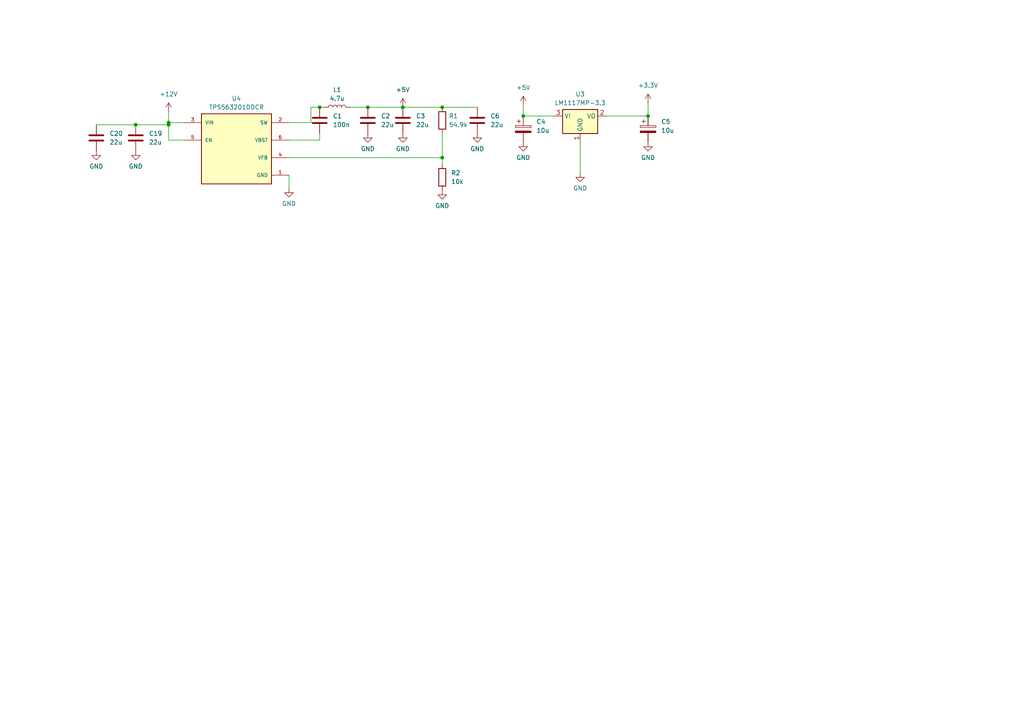
<source format=kicad_sch>
(kicad_sch (version 20231120) (generator "eeschema") (generator_version "8.0")
  (paper "A4")
  (lib_symbols
    (symbol "Device:C" (pin_numbers hide) (pin_names (offset 0.254))
      (property "Reference" "C" (at 0.635 2.54 0))
      (property "Value" "C" (at 0.635 -2.54 0))
      (symbol "C_0_1"
        (polyline (pts (xy -2.032 -0.762) (xy 2.032 -0.762)) (stroke (width 0.508)))
        (polyline (pts (xy -2.032 0.762) (xy 2.032 0.762)) (stroke (width 0.508)))
      )
      (symbol "C_1_1"
        (pin passive line (at 0 3.81 270) (length 2.794) (name "~") (number "1"))
        (pin passive line (at 0 -3.81 90) (length 2.794) (name "~") (number "2"))
      )
    )
    (symbol "Device:C_Polarized" (pin_numbers hide) (pin_names (offset 0.254))
      (property "Reference" "C" (at 0.635 2.54 0))
      (property "Value" "C_Polarized" (at 0.635 -2.54 0))
      (symbol "C_Polarized_0_1"
        (rectangle (start -2.286 0.508) (end 2.286 1.016))
        (polyline (pts (xy -1.778 2.286) (xy -0.762 2.286)))
        (polyline (pts (xy -1.27 2.794) (xy -1.27 1.778)))
        (rectangle (start 2.286 -0.508) (end -2.286 -1.016) (fill (type outline)))
      )
      (symbol "C_Polarized_1_1"
        (pin passive line (at 0 3.81 270) (length 2.794) (name "~") (number "1"))
        (pin passive line (at 0 -3.81 90) (length 2.794) (name "~") (number "2"))
      )
    )
    (symbol "Device:L" (pin_numbers hide) (pin_names (offset 1.016) hide)
      (property "Reference" "L" (at -1.27 0 90))
      (property "Value" "L" (at 1.905 0 90))
      (symbol "L_0_1"
        (arc (start 0 -2.54) (mid 0.6323 -1.905) (end 0 -1.27))
        (arc (start 0 -1.27) (mid 0.6323 -0.635) (end 0 0))
        (arc (start 0 0) (mid 0.6323 0.635) (end 0 1.27))
        (arc (start 0 1.27) (mid 0.6323 1.905) (end 0 2.54))
      )
      (symbol "L_1_1"
        (pin passive line (at 0 3.81 270) (length 1.27) (name "1") (number "1"))
        (pin passive line (at 0 -3.81 90) (length 1.27) (name "2") (number "2"))
      )
    )
    (symbol "Device:R" (pin_numbers hide) (pin_names (offset 0))
      (property "Reference" "R" (at 2.032 0 90))
      (property "Value" "R" (at 0 0 90))
      (symbol "R_0_1"
        (rectangle (start -1.016 -2.54) (end 1.016 2.54) (stroke (width 0.254)))
      )
      (symbol "R_1_1"
        (pin passive line (at 0 3.81 270) (length 1.27) (name "~") (number "1"))
        (pin passive line (at 0 -3.81 90) (length 1.27) (name "~") (number "2"))
      )
    )
    (symbol "Regulator_Linear:LM1117MP-3.3"
      (property "Reference" "U" (at -3.81 3.175 0))
      (property "Value" "LM1117MP-3.3" (at 0 3.175 0))
      (symbol "LM1117MP-3.3_0_1"
        (rectangle (start -5.08 -5.08) (end 5.08 1.905) (stroke (width 0.254)) (fill (type background)))
      )
      (symbol "LM1117MP-3.3_1_1"
        (pin power_in line (at 0 -7.62 90) (length 2.54) (name "GND") (number "1"))
        (pin power_out line (at 7.62 0 180) (length 2.54) (name "VO") (number "2"))
        (pin power_in line (at -7.62 0 0) (length 2.54) (name "VI") (number "3"))
      )
    )
    (symbol "TPS563201DDCR:TPS563201DDCR" (pin_names (offset 1.016))
      (property "Reference" "U" (at -10.16 12.7 0))
      (property "Value" "TPS563201DDCR" (at -10.16 -12.7 0))
      (symbol "TPS563201DDCR_0_0"
        (rectangle (start -10.16 -10.16) (end 10.16 10.16) (stroke (width 0.254)) (fill (type background)))
        (pin power_in line (at 15.24 -7.62 180) (length 5.08) (name "GND") (number "1"))
        (pin output line (at 15.24 7.62 180) (length 5.08) (name "SW") (number "2"))
        (pin input line (at -15.24 7.62 0) (length 5.08) (name "VIN") (number "3"))
        (pin input line (at 15.24 -2.54 180) (length 5.08) (name "VFB") (number "4"))
        (pin input line (at -15.24 2.54 0) (length 5.08) (name "EN") (number "5"))
        (pin output line (at 15.24 2.54 180) (length 5.08) (name "VBST") (number "6"))
      )
    )
    (symbol "power:+3.3V" (power) (pin_names (offset 0))
      (property "Value" "+3.3V" (at 0 3.556 0))
      (symbol "+3.3V_0_1"
        (polyline (pts (xy -0.762 1.27) (xy 0 2.54)))
        (polyline (pts (xy 0 0) (xy 0 2.54)))
        (polyline (pts (xy 0 2.54) (xy 0.762 1.27)))
      )
      (symbol "+3.3V_1_1"
        (pin power_in line (at 0 0 90) (length 0) hide (name "+3.3V") (number "1"))
      )
    )
    (symbol "power:GND" (power) (pin_names (offset 0))
      (property "Value" "GND" (at 0 -3.81 0))
      (symbol "GND_0_1"
        (polyline (pts (xy 0 0) (xy 0 -1.27) (xy 1.27 -1.27) (xy 0 -2.54) (xy -1.27 -1.27) (xy 0 -1.27)))
      )
      (symbol "GND_1_1"
        (pin power_in line (at 0 0 270) (length 0) hide (name "GND") (number "1"))
      )
    )
    (symbol "power:VCC" (power) (pin_names (offset 0))
      (property "Value" "VCC" (at 0 3.81 0))
      (symbol "VCC_0_1"
        (polyline (pts (xy -0.762 1.27) (xy 0 2.54)))
        (polyline (pts (xy 0 0) (xy 0 2.54)))
        (polyline (pts (xy 0 2.54) (xy 0.762 1.27)))
      )
      (symbol "VCC_1_1"
        (pin power_in line (at 0 0 90) (length 0) hide (name "VCC") (number "1"))
      )
    )
  )
  (junction (at 116.84 31.115))
  (junction (at 128.27 45.72))
  (junction (at 187.96 33.655))
  (junction (at 48.895 36.195))
  (junction (at 48.895 35.56))
  (junction (at 92.71 31.115))
  (junction (at 151.765 33.655))
  (junction (at 39.37 36.195))
  (junction (at 106.68 31.115))
  (junction (at 128.27 31.115))
  (wire (pts (xy 168.275 41.275) (xy 168.275 50.165)))
  (wire (pts (xy 83.82 50.8) (xy 83.82 54.61)))
  (wire (pts (xy 116.84 31.115) (xy 128.27 31.115)))
  (wire (pts (xy 48.895 36.195) (xy 48.895 35.56)))
  (wire (pts (xy 101.6 31.115) (xy 106.68 31.115)))
  (wire (pts (xy 92.71 40.64) (xy 92.71 38.735)))
  (wire (pts (xy 92.71 31.115) (xy 93.98 31.115)))
  (wire (pts (xy 90.17 31.115) (xy 90.17 35.56)))
  (wire (pts (xy 128.27 31.115) (xy 138.43 31.115)))
  (wire (pts (xy 53.34 40.64) (xy 48.895 40.64)))
  (wire (pts (xy 39.37 36.195) (xy 48.895 36.195)))
  (wire (pts (xy 48.895 40.64) (xy 48.895 36.195)))
  (wire (pts (xy 151.765 33.655) (xy 160.655 33.655)))
  (wire (pts (xy 83.82 35.56) (xy 90.17 35.56)))
  (wire (pts (xy 48.895 32.385) (xy 48.895 35.56)))
  (wire (pts (xy 151.765 30.48) (xy 151.765 33.655)))
  (wire (pts (xy 83.82 45.72) (xy 128.27 45.72)))
  (wire (pts (xy 27.94 36.195) (xy 39.37 36.195)))
  (wire (pts (xy 83.82 40.64) (xy 92.71 40.64)))
  (wire (pts (xy 48.895 35.56) (xy 53.34 35.56)))
  (wire (pts (xy 128.27 38.735) (xy 128.27 45.72)))
  (wire (pts (xy 90.17 31.115) (xy 92.71 31.115)))
  (wire (pts (xy 128.27 45.72) (xy 128.27 47.625)))
  (wire (pts (xy 106.68 31.115) (xy 116.84 31.115)))
  (wire (pts (xy 175.895 33.655) (xy 187.96 33.655)))
  (wire (pts (xy 187.96 33.655) (xy 187.96 29.845)))
  (symbol (lib_id "Device:C") (at 138.43 34.925 0) (unit 1)
    (property "Reference" "C6" (at 142.24 33.6549 0) (effects (justify left)))
    (property "Value" "22u" (at 142.24 36.1949 0) (effects (justify left)))
    (property "Footprint" "Capacitor_SMD:C_0805_2012Metric_Pad1.18x1.45mm_HandSolder" (effects (hide yes)))
    (property "Description" "Unpolarized capacitor" (effects (hide yes)))
  )
  (symbol (lib_id "Device:C") (at 106.68 34.925 0) (unit 1)
    (property "Reference" "C2" (at 110.49 33.6549 0) (effects (justify left)))
    (property "Value" "22u" (at 110.49 36.1949 0) (effects (justify left)))
    (property "Footprint" "Capacitor_SMD:C_0805_2012Metric_Pad1.18x1.45mm_HandSolder" (effects (hide yes)))
    (property "Description" "Unpolarized capacitor" (effects (hide yes)))
  )
  (symbol (lib_id "Device:R") (at 128.27 51.435 0) (unit 1)
    (property "Reference" "R2" (at 130.81 50.1649 0) (effects (justify left)))
    (property "Value" "10k" (at 130.81 52.7049 0) (effects (justify left)))
    (property "Footprint" "Resistor_SMD:R_0603_1608Metric_Pad0.98x0.95mm_HandSolder" (effects (hide yes)))
    (property "Description" "Resistor" (effects (hide yes)))
  )
  (symbol (lib_id "power:GND") (at 39.37 43.815 0) (unit 1)
    (property "Reference" "#PWR044" (effects (hide yes)))
    (property "Value" "GND" (at 39.37 48.26 0))
    (property "Description" "Power symbol creates a global label with name \"GND\" , ground" (effects (hide yes)))
  )
  (symbol (lib_id "power:GND") (at 83.82 54.61 0) (unit 1)
    (property "Reference" "#PWR05" (effects (hide yes)))
    (property "Value" "GND" (at 83.82 59.055 0))
    (property "Description" "Power symbol creates a global label with name \"GND\" , ground" (effects (hide yes)))
  )
  (symbol (lib_id "Device:C") (at 92.71 34.925 180) (unit 1)
    (property "Reference" "C1" (at 96.52 33.6549 0) (effects (justify right)))
    (property "Value" "100n" (at 96.52 36.1949 0) (effects (justify right)))
    (property "Footprint" "Capacitor_SMD:C_0603_1608Metric_Pad1.08x0.95mm_HandSolder" (effects (hide yes)))
    (property "Description" "Unpolarized capacitor" (effects (hide yes)))
  )
  (symbol (lib_id "power:GND") (at 151.765 41.275 0) (unit 1)
    (property "Reference" "#PWR013" (effects (hide yes)))
    (property "Value" "GND" (at 151.765 45.72 0))
    (property "Description" "Power symbol creates a global label with name \"GND\" , ground" (effects (hide yes)))
  )
  (symbol (lib_id "power:GND") (at 27.94 43.815 0) (unit 1)
    (property "Reference" "#PWR045" (effects (hide yes)))
    (property "Value" "GND" (at 27.94 48.26 0))
    (property "Description" "Power symbol creates a global label with name \"GND\" , ground" (effects (hide yes)))
  )
  (symbol (lib_id "power:GND") (at 128.27 55.245 0) (unit 1)
    (property "Reference" "#PWR09" (effects (hide yes)))
    (property "Value" "GND" (at 128.27 59.69 0))
    (property "Description" "Power symbol creates a global label with name \"GND\" , ground" (effects (hide yes)))
  )
  (symbol (lib_id "Device:R") (at 128.27 34.925 0) (unit 1)
    (property "Reference" "R1" (at 130.175 33.6549 0) (effects (justify left)))
    (property "Value" "54.9k" (at 130.175 36.1949 0) (effects (justify left)))
    (property "Footprint" "Resistor_SMD:R_0603_1608Metric_Pad0.98x0.95mm_HandSolder" (effects (hide yes)))
    (property "Description" "Resistor" (effects (hide yes)))
  )
  (symbol (lib_id "Device:C") (at 116.84 34.925 0) (unit 1)
    (property "Reference" "C3" (at 120.65 33.6549 0) (effects (justify left)))
    (property "Value" "22u" (at 120.65 36.1949 0) (effects (justify left)))
    (property "Footprint" "Capacitor_SMD:C_0805_2012Metric_Pad1.18x1.45mm_HandSolder" (effects (hide yes)))
    (property "Description" "Unpolarized capacitor" (effects (hide yes)))
  )
  (symbol (lib_id "power:GND") (at 138.43 38.735 0) (unit 1)
    (property "Reference" "#PWR017" (effects (hide yes)))
    (property "Value" "GND" (at 138.43 43.18 0))
    (property "Description" "Power symbol creates a global label with name \"GND\" , ground" (effects (hide yes)))
  )
  (symbol (lib_id "Device:C_Polarized") (at 151.765 37.465 0) (unit 1)
    (property "Reference" "C4" (at 155.575 35.3059 0) (effects (justify left)))
    (property "Value" "10u" (at 155.575 37.8459 0) (effects (justify left)))
    (property "Footprint" "Capacitor_Tantalum_SMD:CP_EIA-3528-21_Kemet-B_Pad1.50x2.35mm_HandSolder" (effects (hide yes)))
    (property "Description" "Polarized capacitor" (effects (hide yes)))
  )
  (symbol (lib_id "Device:C_Polarized") (at 187.96 37.465 0) (unit 1)
    (property "Reference" "C5" (at 191.77 35.3059 0) (effects (justify left)))
    (property "Value" "10u" (at 191.77 37.8459 0) (effects (justify left)))
    (property "Footprint" "Capacitor_Tantalum_SMD:CP_EIA-3528-21_Kemet-B_Pad1.50x2.35mm_HandSolder" (effects (hide yes)))
    (property "Description" "Polarized capacitor" (effects (hide yes)))
  )
  (symbol (lib_id "Regulator_Linear:LM1117MP-3.3") (at 168.275 33.655 0) (unit 1)
    (property "Reference" "U3" (at 168.275 27.305 0))
    (property "Value" "LM1117MP-3.3" (at 168.275 29.845 0))
    (property "Footprint" "Package_TO_SOT_SMD:SOT-223" (effects (hide yes)))
    (property "Datasheet" "http://www.ti.com/lit/ds/symlink/lm1117.pdf" (effects (hide yes)))
    (property "Description" "800mA Low-Dropout Linear Regulator, 3.3V fixed output, SOT-223" (effects (hide yes)))
  )
  (symbol (lib_id "power:GND") (at 168.275 50.165 0) (unit 1)
    (property "Reference" "#PWR011" (effects (hide yes)))
    (property "Value" "GND" (at 168.275 54.61 0))
    (property "Description" "Power symbol creates a global label with name \"GND\" , ground" (effects (hide yes)))
  )
  (symbol (lib_id "Device:C") (at 39.37 40.005 0) (unit 1)
    (property "Reference" "C19" (at 43.18 38.7349 0) (effects (justify left)))
    (property "Value" "22u" (at 43.18 41.2749 0) (effects (justify left)))
    (property "Footprint" "Capacitor_SMD:C_0805_2012Metric_Pad1.18x1.45mm_HandSolder" (effects (hide yes)))
    (property "Description" "Unpolarized capacitor" (effects (hide yes)))
  )
  (symbol (lib_id "power:VCC") (at 48.895 32.385 0) (unit 1)
    (property "Reference" "#PWR04" (effects (hide yes)))
    (property "Value" "+12V" (at 48.895 27.305 0))
    (property "Description" "Power symbol creates a global label with name \"VCC\"" (effects (hide yes)))
  )
  (symbol (lib_id "power:+3.3V") (at 116.84 31.115 0) (unit 1)
    (property "Reference" "#PWR07" (effects (hide yes)))
    (property "Value" "+5V" (at 116.84 26.035 0))
  )
  (symbol (lib_id "Device:L") (at 97.79 31.115 90) (unit 1)
    (property "Reference" "L1" (at 97.79 26.035 90))
    (property "Value" "4.7u" (at 97.79 28.575 90))
    (property "Footprint" "Inductor_SMD:L_Changjiang_FNR6045S" (effects (hide yes)))
    (property "Description" "Inductor DJNR6045-1R0-S" (effects (hide yes)))
  )
  (symbol (lib_id "power:GND") (at 106.68 38.735 0) (unit 1)
    (property "Reference" "#PWR06" (effects (hide yes)))
    (property "Value" "GND" (at 106.68 43.18 0))
    (property "Description" "Power symbol creates a global label with name \"GND\" , ground" (effects (hide yes)))
  )
  (symbol (lib_id "Device:C") (at 27.94 40.005 0) (unit 1)
    (property "Reference" "C20" (at 31.75 38.7349 0) (effects (justify left)))
    (property "Value" "22u" (at 31.75 41.2749 0) (effects (justify left)))
    (property "Footprint" "Capacitor_SMD:C_0805_2012Metric_Pad1.18x1.45mm_HandSolder" (effects (hide yes)))
    (property "Description" "Unpolarized capacitor" (effects (hide yes)))
  )
  (symbol (lib_id "power:GND") (at 116.84 38.735 0) (unit 1)
    (property "Reference" "#PWR08" (effects (hide yes)))
    (property "Value" "GND" (at 116.84 43.18 0))
    (property "Description" "Power symbol creates a global label with name \"GND\" , ground" (effects (hide yes)))
  )
  (symbol (lib_id "power:GND") (at 187.96 41.275 0) (unit 1)
    (property "Reference" "#PWR014" (effects (hide yes)))
    (property "Value" "GND" (at 187.96 45.72 0))
    (property "Description" "Power symbol creates a global label with name \"GND\" , ground" (effects (hide yes)))
  )
  (symbol (lib_id "power:+3.3V") (at 151.765 30.48 0) (unit 1)
    (property "Reference" "#PWR010" (effects (hide yes)))
    (property "Value" "+5V" (at 151.765 25.4 0))
  )
  (symbol (lib_id "power:+3.3V") (at 187.96 29.845 0) (unit 1)
    (property "Reference" "#PWR012" (effects (hide yes)))
    (property "Value" "+3.3V" (at 187.96 24.765 0))
  )
  (symbol (lib_id "TPS563201DDCR:TPS563201DDCR") (at 68.58 43.18 0) (unit 1)
    (property "Reference" "U4" (at 68.58 28.575 0))
    (property "Value" "TPS563201DDCR" (at 68.58 31.115 0))
    (property "Footprint" "TPS563201DDCR:SOT95P280X110-6N" (effects (hide yes)))
    (property "MF" "Texas Instruments" (effects (hide yes)))
    (property "MAXIMUM_PACKAGE_HEIGHT" "1.10mm" (effects (hide yes)))
    (property "Package" "SOT-23-THN-6 Texas Instruments" (effects (hide yes)))
    (property "Price" "None" (effects (hide yes)))
    (property "Check_prices" "https://www.snapeda.com/parts/TPS563201DDCR/Texas+Instruments/view-part/?ref=eda" (effects (hide yes)))
    (property "STANDARD" "IPC-7351B" (effects (hide yes)))
    (property "PARTREV" "December 2015" (effects (hide yes)))
    (property "SnapEDA_Link" "https://www.snapeda.com/parts/TPS563201DDCR/Texas+Instruments/view-part/?ref=snap" (effects (hide yes)))
    (property "MP" "TPS563201DDCR" (effects (hide yes)))
    (property "Purchase-URL" "https://www.snapeda.com/api/url_track_click_mouser/?unipart_id=1236927&manufacturer=Texas Instruments&part_name=TPS563201DDCR&search_term=tps563201" (effects (hide yes)))
    (property "Description_1" "\n4.5 V to 17 V input, 3 A output, synchronous step-down converter in Eco-mode\n" (effects (hide yes)))
    (property "Availability" "In Stock" (effects (hide yes)))
    (property "MANUFACTURER" "Texas Instruments" (effects (hide yes)))
  )
)
</source>
